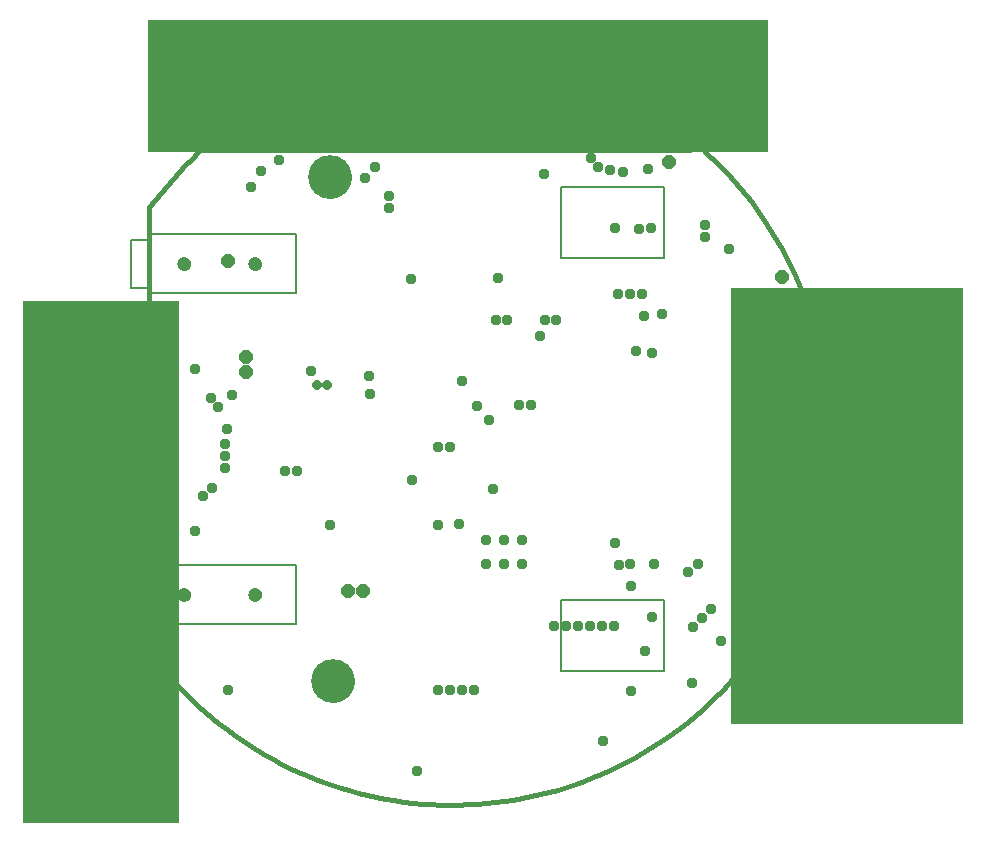
<source format=gbs>
G75*
%MOIN*%
%OFA0B0*%
%FSLAX25Y25*%
%IPPOS*%
%LPD*%
%AMOC8*
5,1,8,0,0,1.08239X$1,22.5*
%
%ADD10C,0.01600*%
%ADD11C,0.00000*%
%ADD12C,0.14580*%
%ADD13R,1.65200X0.34000*%
%ADD14R,0.77600X1.45600*%
%ADD15R,0.52000X1.74400*%
%ADD16R,2.06800X0.44400*%
%ADD17C,0.04737*%
%ADD18C,0.00500*%
%ADD19OC8,0.03600*%
%ADD20OC8,0.03581*%
%ADD21OC8,0.04400*%
%ADD22OC8,0.03400*%
%ADD23OC8,0.03200*%
D10*
X0049772Y0066937D02*
X0049772Y0214969D01*
X0051614Y0217418D01*
X0053515Y0219821D01*
X0055474Y0222176D01*
X0057491Y0224483D01*
X0059563Y0226740D01*
X0061690Y0228946D01*
X0063871Y0231099D01*
X0066103Y0233198D01*
X0068386Y0235242D01*
X0070719Y0237229D01*
X0073099Y0239158D01*
X0075526Y0241029D01*
X0077998Y0242840D01*
X0080513Y0244589D01*
X0083071Y0246277D01*
X0085669Y0247901D01*
X0088306Y0249462D01*
X0090981Y0250957D01*
X0093691Y0252387D01*
X0096435Y0253749D01*
X0099212Y0255044D01*
X0102020Y0256271D01*
X0104857Y0257429D01*
X0107722Y0258517D01*
X0110612Y0259534D01*
X0113526Y0260481D01*
X0116463Y0261355D01*
X0119420Y0262158D01*
X0122396Y0262888D01*
X0125389Y0263545D01*
X0128397Y0264129D01*
X0131419Y0264638D01*
X0134452Y0265074D01*
X0137494Y0265435D01*
X0140545Y0265722D01*
X0143602Y0265934D01*
X0146663Y0266071D01*
X0149727Y0266133D01*
X0152791Y0266120D01*
X0155854Y0266032D01*
X0158913Y0265869D01*
X0161968Y0265632D01*
X0165016Y0265319D01*
X0168056Y0264932D01*
X0171085Y0264471D01*
X0174102Y0263936D01*
X0177105Y0263327D01*
X0180093Y0262645D01*
X0183062Y0261890D01*
X0186013Y0261062D01*
X0188942Y0260163D01*
X0191848Y0259192D01*
X0194730Y0258150D01*
X0197585Y0257038D01*
X0200412Y0255857D01*
X0203210Y0254606D01*
X0205976Y0253288D01*
X0208708Y0251902D01*
X0211407Y0250450D01*
X0214068Y0248932D01*
X0216692Y0247349D01*
X0219277Y0245703D01*
X0221820Y0243994D01*
X0224321Y0242223D01*
X0226777Y0240392D01*
X0229188Y0238501D01*
X0231552Y0236551D01*
X0233868Y0234544D01*
X0236133Y0232481D01*
X0238348Y0230364D01*
X0240510Y0228192D01*
X0242619Y0225969D01*
X0244672Y0223695D01*
X0246669Y0221370D01*
X0248608Y0218998D01*
X0250489Y0216579D01*
X0252310Y0214115D01*
X0254071Y0211607D01*
X0255769Y0209056D01*
X0257404Y0206465D01*
X0258976Y0203835D01*
X0260482Y0201167D01*
X0261923Y0198462D01*
X0263297Y0195724D01*
X0264604Y0192952D01*
X0265843Y0190149D01*
X0267012Y0187317D01*
X0268112Y0184457D01*
X0269142Y0181571D01*
X0270101Y0178661D01*
X0270988Y0175728D01*
X0271803Y0172774D01*
X0272546Y0169802D01*
X0273215Y0166811D01*
X0273811Y0163806D01*
X0274334Y0160787D01*
X0274782Y0157755D01*
X0275156Y0154714D01*
X0275456Y0151665D01*
X0275681Y0148609D01*
X0275831Y0145548D01*
X0275906Y0142485D01*
X0275906Y0139421D01*
X0275831Y0136358D01*
X0275681Y0133297D01*
X0275456Y0130241D01*
X0275156Y0127192D01*
X0274782Y0124151D01*
X0274334Y0121119D01*
X0273811Y0118100D01*
X0273215Y0115095D01*
X0272546Y0112104D01*
X0271803Y0109132D01*
X0270988Y0106178D01*
X0270101Y0103245D01*
X0269142Y0100335D01*
X0268112Y0097449D01*
X0267012Y0094589D01*
X0265843Y0091757D01*
X0264604Y0088954D01*
X0263297Y0086182D01*
X0261923Y0083444D01*
X0260482Y0080739D01*
X0258976Y0078071D01*
X0257404Y0075441D01*
X0255769Y0072850D01*
X0254071Y0070299D01*
X0252310Y0067791D01*
X0250489Y0065327D01*
X0248608Y0062908D01*
X0246669Y0060536D01*
X0244672Y0058211D01*
X0242619Y0055937D01*
X0240510Y0053714D01*
X0238348Y0051542D01*
X0236133Y0049425D01*
X0233868Y0047362D01*
X0231552Y0045355D01*
X0229188Y0043405D01*
X0226777Y0041514D01*
X0224321Y0039683D01*
X0221820Y0037912D01*
X0219277Y0036203D01*
X0216692Y0034557D01*
X0214068Y0032974D01*
X0211407Y0031456D01*
X0208708Y0030004D01*
X0205976Y0028618D01*
X0203210Y0027300D01*
X0200412Y0026049D01*
X0197585Y0024868D01*
X0194730Y0023756D01*
X0191848Y0022714D01*
X0188942Y0021743D01*
X0186013Y0020844D01*
X0183062Y0020016D01*
X0180093Y0019261D01*
X0177105Y0018579D01*
X0174102Y0017970D01*
X0171085Y0017435D01*
X0168056Y0016974D01*
X0165016Y0016587D01*
X0161968Y0016274D01*
X0158913Y0016037D01*
X0155854Y0015874D01*
X0152791Y0015786D01*
X0149727Y0015773D01*
X0146663Y0015835D01*
X0143602Y0015972D01*
X0140545Y0016184D01*
X0137494Y0016471D01*
X0134452Y0016832D01*
X0131419Y0017268D01*
X0128397Y0017777D01*
X0125389Y0018361D01*
X0122396Y0019018D01*
X0119420Y0019748D01*
X0116463Y0020551D01*
X0113526Y0021425D01*
X0110612Y0022372D01*
X0107722Y0023389D01*
X0104857Y0024477D01*
X0102020Y0025635D01*
X0099212Y0026862D01*
X0096435Y0028157D01*
X0093691Y0029519D01*
X0090981Y0030949D01*
X0088306Y0032444D01*
X0085669Y0034005D01*
X0083071Y0035629D01*
X0080513Y0037317D01*
X0077998Y0039066D01*
X0075526Y0040877D01*
X0073099Y0042748D01*
X0070719Y0044677D01*
X0068386Y0046664D01*
X0066103Y0048708D01*
X0063871Y0050807D01*
X0061690Y0052960D01*
X0059563Y0055166D01*
X0057491Y0057423D01*
X0055474Y0059730D01*
X0053515Y0062085D01*
X0051614Y0064488D01*
X0049772Y0066937D01*
D11*
X0059417Y0085835D02*
X0059419Y0085923D01*
X0059425Y0086011D01*
X0059435Y0086099D01*
X0059449Y0086187D01*
X0059466Y0086273D01*
X0059488Y0086359D01*
X0059513Y0086443D01*
X0059543Y0086527D01*
X0059575Y0086609D01*
X0059612Y0086689D01*
X0059652Y0086768D01*
X0059696Y0086845D01*
X0059743Y0086920D01*
X0059793Y0086992D01*
X0059847Y0087063D01*
X0059903Y0087130D01*
X0059963Y0087196D01*
X0060025Y0087258D01*
X0060091Y0087318D01*
X0060158Y0087374D01*
X0060229Y0087428D01*
X0060301Y0087478D01*
X0060376Y0087525D01*
X0060453Y0087569D01*
X0060532Y0087609D01*
X0060612Y0087646D01*
X0060694Y0087678D01*
X0060778Y0087708D01*
X0060862Y0087733D01*
X0060948Y0087755D01*
X0061034Y0087772D01*
X0061122Y0087786D01*
X0061210Y0087796D01*
X0061298Y0087802D01*
X0061386Y0087804D01*
X0061474Y0087802D01*
X0061562Y0087796D01*
X0061650Y0087786D01*
X0061738Y0087772D01*
X0061824Y0087755D01*
X0061910Y0087733D01*
X0061994Y0087708D01*
X0062078Y0087678D01*
X0062160Y0087646D01*
X0062240Y0087609D01*
X0062319Y0087569D01*
X0062396Y0087525D01*
X0062471Y0087478D01*
X0062543Y0087428D01*
X0062614Y0087374D01*
X0062681Y0087318D01*
X0062747Y0087258D01*
X0062809Y0087196D01*
X0062869Y0087130D01*
X0062925Y0087063D01*
X0062979Y0086992D01*
X0063029Y0086920D01*
X0063076Y0086845D01*
X0063120Y0086768D01*
X0063160Y0086689D01*
X0063197Y0086609D01*
X0063229Y0086527D01*
X0063259Y0086443D01*
X0063284Y0086359D01*
X0063306Y0086273D01*
X0063323Y0086187D01*
X0063337Y0086099D01*
X0063347Y0086011D01*
X0063353Y0085923D01*
X0063355Y0085835D01*
X0063353Y0085747D01*
X0063347Y0085659D01*
X0063337Y0085571D01*
X0063323Y0085483D01*
X0063306Y0085397D01*
X0063284Y0085311D01*
X0063259Y0085227D01*
X0063229Y0085143D01*
X0063197Y0085061D01*
X0063160Y0084981D01*
X0063120Y0084902D01*
X0063076Y0084825D01*
X0063029Y0084750D01*
X0062979Y0084678D01*
X0062925Y0084607D01*
X0062869Y0084540D01*
X0062809Y0084474D01*
X0062747Y0084412D01*
X0062681Y0084352D01*
X0062614Y0084296D01*
X0062543Y0084242D01*
X0062471Y0084192D01*
X0062396Y0084145D01*
X0062319Y0084101D01*
X0062240Y0084061D01*
X0062160Y0084024D01*
X0062078Y0083992D01*
X0061994Y0083962D01*
X0061910Y0083937D01*
X0061824Y0083915D01*
X0061738Y0083898D01*
X0061650Y0083884D01*
X0061562Y0083874D01*
X0061474Y0083868D01*
X0061386Y0083866D01*
X0061298Y0083868D01*
X0061210Y0083874D01*
X0061122Y0083884D01*
X0061034Y0083898D01*
X0060948Y0083915D01*
X0060862Y0083937D01*
X0060778Y0083962D01*
X0060694Y0083992D01*
X0060612Y0084024D01*
X0060532Y0084061D01*
X0060453Y0084101D01*
X0060376Y0084145D01*
X0060301Y0084192D01*
X0060229Y0084242D01*
X0060158Y0084296D01*
X0060091Y0084352D01*
X0060025Y0084412D01*
X0059963Y0084474D01*
X0059903Y0084540D01*
X0059847Y0084607D01*
X0059793Y0084678D01*
X0059743Y0084750D01*
X0059696Y0084825D01*
X0059652Y0084902D01*
X0059612Y0084981D01*
X0059575Y0085061D01*
X0059543Y0085143D01*
X0059513Y0085227D01*
X0059488Y0085311D01*
X0059466Y0085397D01*
X0059449Y0085483D01*
X0059435Y0085571D01*
X0059425Y0085659D01*
X0059419Y0085747D01*
X0059417Y0085835D01*
X0083039Y0085835D02*
X0083041Y0085923D01*
X0083047Y0086011D01*
X0083057Y0086099D01*
X0083071Y0086187D01*
X0083088Y0086273D01*
X0083110Y0086359D01*
X0083135Y0086443D01*
X0083165Y0086527D01*
X0083197Y0086609D01*
X0083234Y0086689D01*
X0083274Y0086768D01*
X0083318Y0086845D01*
X0083365Y0086920D01*
X0083415Y0086992D01*
X0083469Y0087063D01*
X0083525Y0087130D01*
X0083585Y0087196D01*
X0083647Y0087258D01*
X0083713Y0087318D01*
X0083780Y0087374D01*
X0083851Y0087428D01*
X0083923Y0087478D01*
X0083998Y0087525D01*
X0084075Y0087569D01*
X0084154Y0087609D01*
X0084234Y0087646D01*
X0084316Y0087678D01*
X0084400Y0087708D01*
X0084484Y0087733D01*
X0084570Y0087755D01*
X0084656Y0087772D01*
X0084744Y0087786D01*
X0084832Y0087796D01*
X0084920Y0087802D01*
X0085008Y0087804D01*
X0085096Y0087802D01*
X0085184Y0087796D01*
X0085272Y0087786D01*
X0085360Y0087772D01*
X0085446Y0087755D01*
X0085532Y0087733D01*
X0085616Y0087708D01*
X0085700Y0087678D01*
X0085782Y0087646D01*
X0085862Y0087609D01*
X0085941Y0087569D01*
X0086018Y0087525D01*
X0086093Y0087478D01*
X0086165Y0087428D01*
X0086236Y0087374D01*
X0086303Y0087318D01*
X0086369Y0087258D01*
X0086431Y0087196D01*
X0086491Y0087130D01*
X0086547Y0087063D01*
X0086601Y0086992D01*
X0086651Y0086920D01*
X0086698Y0086845D01*
X0086742Y0086768D01*
X0086782Y0086689D01*
X0086819Y0086609D01*
X0086851Y0086527D01*
X0086881Y0086443D01*
X0086906Y0086359D01*
X0086928Y0086273D01*
X0086945Y0086187D01*
X0086959Y0086099D01*
X0086969Y0086011D01*
X0086975Y0085923D01*
X0086977Y0085835D01*
X0086975Y0085747D01*
X0086969Y0085659D01*
X0086959Y0085571D01*
X0086945Y0085483D01*
X0086928Y0085397D01*
X0086906Y0085311D01*
X0086881Y0085227D01*
X0086851Y0085143D01*
X0086819Y0085061D01*
X0086782Y0084981D01*
X0086742Y0084902D01*
X0086698Y0084825D01*
X0086651Y0084750D01*
X0086601Y0084678D01*
X0086547Y0084607D01*
X0086491Y0084540D01*
X0086431Y0084474D01*
X0086369Y0084412D01*
X0086303Y0084352D01*
X0086236Y0084296D01*
X0086165Y0084242D01*
X0086093Y0084192D01*
X0086018Y0084145D01*
X0085941Y0084101D01*
X0085862Y0084061D01*
X0085782Y0084024D01*
X0085700Y0083992D01*
X0085616Y0083962D01*
X0085532Y0083937D01*
X0085446Y0083915D01*
X0085360Y0083898D01*
X0085272Y0083884D01*
X0085184Y0083874D01*
X0085096Y0083868D01*
X0085008Y0083866D01*
X0084920Y0083868D01*
X0084832Y0083874D01*
X0084744Y0083884D01*
X0084656Y0083898D01*
X0084570Y0083915D01*
X0084484Y0083937D01*
X0084400Y0083962D01*
X0084316Y0083992D01*
X0084234Y0084024D01*
X0084154Y0084061D01*
X0084075Y0084101D01*
X0083998Y0084145D01*
X0083923Y0084192D01*
X0083851Y0084242D01*
X0083780Y0084296D01*
X0083713Y0084352D01*
X0083647Y0084412D01*
X0083585Y0084474D01*
X0083525Y0084540D01*
X0083469Y0084607D01*
X0083415Y0084678D01*
X0083365Y0084750D01*
X0083318Y0084825D01*
X0083274Y0084902D01*
X0083234Y0084981D01*
X0083197Y0085061D01*
X0083165Y0085143D01*
X0083135Y0085227D01*
X0083110Y0085311D01*
X0083088Y0085397D01*
X0083071Y0085483D01*
X0083057Y0085571D01*
X0083047Y0085659D01*
X0083041Y0085747D01*
X0083039Y0085835D01*
X0104110Y0057000D02*
X0104112Y0057169D01*
X0104118Y0057338D01*
X0104129Y0057507D01*
X0104143Y0057675D01*
X0104162Y0057843D01*
X0104185Y0058011D01*
X0104211Y0058178D01*
X0104242Y0058344D01*
X0104277Y0058510D01*
X0104316Y0058674D01*
X0104360Y0058838D01*
X0104407Y0059000D01*
X0104458Y0059161D01*
X0104513Y0059321D01*
X0104572Y0059480D01*
X0104634Y0059637D01*
X0104701Y0059792D01*
X0104772Y0059946D01*
X0104846Y0060098D01*
X0104924Y0060248D01*
X0105005Y0060396D01*
X0105090Y0060542D01*
X0105179Y0060686D01*
X0105271Y0060828D01*
X0105367Y0060967D01*
X0105466Y0061104D01*
X0105568Y0061239D01*
X0105674Y0061371D01*
X0105783Y0061500D01*
X0105895Y0061627D01*
X0106010Y0061751D01*
X0106128Y0061872D01*
X0106249Y0061990D01*
X0106373Y0062105D01*
X0106500Y0062217D01*
X0106629Y0062326D01*
X0106761Y0062432D01*
X0106896Y0062534D01*
X0107033Y0062633D01*
X0107172Y0062729D01*
X0107314Y0062821D01*
X0107458Y0062910D01*
X0107604Y0062995D01*
X0107752Y0063076D01*
X0107902Y0063154D01*
X0108054Y0063228D01*
X0108208Y0063299D01*
X0108363Y0063366D01*
X0108520Y0063428D01*
X0108679Y0063487D01*
X0108839Y0063542D01*
X0109000Y0063593D01*
X0109162Y0063640D01*
X0109326Y0063684D01*
X0109490Y0063723D01*
X0109656Y0063758D01*
X0109822Y0063789D01*
X0109989Y0063815D01*
X0110157Y0063838D01*
X0110325Y0063857D01*
X0110493Y0063871D01*
X0110662Y0063882D01*
X0110831Y0063888D01*
X0111000Y0063890D01*
X0111169Y0063888D01*
X0111338Y0063882D01*
X0111507Y0063871D01*
X0111675Y0063857D01*
X0111843Y0063838D01*
X0112011Y0063815D01*
X0112178Y0063789D01*
X0112344Y0063758D01*
X0112510Y0063723D01*
X0112674Y0063684D01*
X0112838Y0063640D01*
X0113000Y0063593D01*
X0113161Y0063542D01*
X0113321Y0063487D01*
X0113480Y0063428D01*
X0113637Y0063366D01*
X0113792Y0063299D01*
X0113946Y0063228D01*
X0114098Y0063154D01*
X0114248Y0063076D01*
X0114396Y0062995D01*
X0114542Y0062910D01*
X0114686Y0062821D01*
X0114828Y0062729D01*
X0114967Y0062633D01*
X0115104Y0062534D01*
X0115239Y0062432D01*
X0115371Y0062326D01*
X0115500Y0062217D01*
X0115627Y0062105D01*
X0115751Y0061990D01*
X0115872Y0061872D01*
X0115990Y0061751D01*
X0116105Y0061627D01*
X0116217Y0061500D01*
X0116326Y0061371D01*
X0116432Y0061239D01*
X0116534Y0061104D01*
X0116633Y0060967D01*
X0116729Y0060828D01*
X0116821Y0060686D01*
X0116910Y0060542D01*
X0116995Y0060396D01*
X0117076Y0060248D01*
X0117154Y0060098D01*
X0117228Y0059946D01*
X0117299Y0059792D01*
X0117366Y0059637D01*
X0117428Y0059480D01*
X0117487Y0059321D01*
X0117542Y0059161D01*
X0117593Y0059000D01*
X0117640Y0058838D01*
X0117684Y0058674D01*
X0117723Y0058510D01*
X0117758Y0058344D01*
X0117789Y0058178D01*
X0117815Y0058011D01*
X0117838Y0057843D01*
X0117857Y0057675D01*
X0117871Y0057507D01*
X0117882Y0057338D01*
X0117888Y0057169D01*
X0117890Y0057000D01*
X0117888Y0056831D01*
X0117882Y0056662D01*
X0117871Y0056493D01*
X0117857Y0056325D01*
X0117838Y0056157D01*
X0117815Y0055989D01*
X0117789Y0055822D01*
X0117758Y0055656D01*
X0117723Y0055490D01*
X0117684Y0055326D01*
X0117640Y0055162D01*
X0117593Y0055000D01*
X0117542Y0054839D01*
X0117487Y0054679D01*
X0117428Y0054520D01*
X0117366Y0054363D01*
X0117299Y0054208D01*
X0117228Y0054054D01*
X0117154Y0053902D01*
X0117076Y0053752D01*
X0116995Y0053604D01*
X0116910Y0053458D01*
X0116821Y0053314D01*
X0116729Y0053172D01*
X0116633Y0053033D01*
X0116534Y0052896D01*
X0116432Y0052761D01*
X0116326Y0052629D01*
X0116217Y0052500D01*
X0116105Y0052373D01*
X0115990Y0052249D01*
X0115872Y0052128D01*
X0115751Y0052010D01*
X0115627Y0051895D01*
X0115500Y0051783D01*
X0115371Y0051674D01*
X0115239Y0051568D01*
X0115104Y0051466D01*
X0114967Y0051367D01*
X0114828Y0051271D01*
X0114686Y0051179D01*
X0114542Y0051090D01*
X0114396Y0051005D01*
X0114248Y0050924D01*
X0114098Y0050846D01*
X0113946Y0050772D01*
X0113792Y0050701D01*
X0113637Y0050634D01*
X0113480Y0050572D01*
X0113321Y0050513D01*
X0113161Y0050458D01*
X0113000Y0050407D01*
X0112838Y0050360D01*
X0112674Y0050316D01*
X0112510Y0050277D01*
X0112344Y0050242D01*
X0112178Y0050211D01*
X0112011Y0050185D01*
X0111843Y0050162D01*
X0111675Y0050143D01*
X0111507Y0050129D01*
X0111338Y0050118D01*
X0111169Y0050112D01*
X0111000Y0050110D01*
X0110831Y0050112D01*
X0110662Y0050118D01*
X0110493Y0050129D01*
X0110325Y0050143D01*
X0110157Y0050162D01*
X0109989Y0050185D01*
X0109822Y0050211D01*
X0109656Y0050242D01*
X0109490Y0050277D01*
X0109326Y0050316D01*
X0109162Y0050360D01*
X0109000Y0050407D01*
X0108839Y0050458D01*
X0108679Y0050513D01*
X0108520Y0050572D01*
X0108363Y0050634D01*
X0108208Y0050701D01*
X0108054Y0050772D01*
X0107902Y0050846D01*
X0107752Y0050924D01*
X0107604Y0051005D01*
X0107458Y0051090D01*
X0107314Y0051179D01*
X0107172Y0051271D01*
X0107033Y0051367D01*
X0106896Y0051466D01*
X0106761Y0051568D01*
X0106629Y0051674D01*
X0106500Y0051783D01*
X0106373Y0051895D01*
X0106249Y0052010D01*
X0106128Y0052128D01*
X0106010Y0052249D01*
X0105895Y0052373D01*
X0105783Y0052500D01*
X0105674Y0052629D01*
X0105568Y0052761D01*
X0105466Y0052896D01*
X0105367Y0053033D01*
X0105271Y0053172D01*
X0105179Y0053314D01*
X0105090Y0053458D01*
X0105005Y0053604D01*
X0104924Y0053752D01*
X0104846Y0053902D01*
X0104772Y0054054D01*
X0104701Y0054208D01*
X0104634Y0054363D01*
X0104572Y0054520D01*
X0104513Y0054679D01*
X0104458Y0054839D01*
X0104407Y0055000D01*
X0104360Y0055162D01*
X0104316Y0055326D01*
X0104277Y0055490D01*
X0104242Y0055656D01*
X0104211Y0055822D01*
X0104185Y0055989D01*
X0104162Y0056157D01*
X0104143Y0056325D01*
X0104129Y0056493D01*
X0104118Y0056662D01*
X0104112Y0056831D01*
X0104110Y0057000D01*
X0083039Y0196071D02*
X0083041Y0196159D01*
X0083047Y0196247D01*
X0083057Y0196335D01*
X0083071Y0196423D01*
X0083088Y0196509D01*
X0083110Y0196595D01*
X0083135Y0196679D01*
X0083165Y0196763D01*
X0083197Y0196845D01*
X0083234Y0196925D01*
X0083274Y0197004D01*
X0083318Y0197081D01*
X0083365Y0197156D01*
X0083415Y0197228D01*
X0083469Y0197299D01*
X0083525Y0197366D01*
X0083585Y0197432D01*
X0083647Y0197494D01*
X0083713Y0197554D01*
X0083780Y0197610D01*
X0083851Y0197664D01*
X0083923Y0197714D01*
X0083998Y0197761D01*
X0084075Y0197805D01*
X0084154Y0197845D01*
X0084234Y0197882D01*
X0084316Y0197914D01*
X0084400Y0197944D01*
X0084484Y0197969D01*
X0084570Y0197991D01*
X0084656Y0198008D01*
X0084744Y0198022D01*
X0084832Y0198032D01*
X0084920Y0198038D01*
X0085008Y0198040D01*
X0085096Y0198038D01*
X0085184Y0198032D01*
X0085272Y0198022D01*
X0085360Y0198008D01*
X0085446Y0197991D01*
X0085532Y0197969D01*
X0085616Y0197944D01*
X0085700Y0197914D01*
X0085782Y0197882D01*
X0085862Y0197845D01*
X0085941Y0197805D01*
X0086018Y0197761D01*
X0086093Y0197714D01*
X0086165Y0197664D01*
X0086236Y0197610D01*
X0086303Y0197554D01*
X0086369Y0197494D01*
X0086431Y0197432D01*
X0086491Y0197366D01*
X0086547Y0197299D01*
X0086601Y0197228D01*
X0086651Y0197156D01*
X0086698Y0197081D01*
X0086742Y0197004D01*
X0086782Y0196925D01*
X0086819Y0196845D01*
X0086851Y0196763D01*
X0086881Y0196679D01*
X0086906Y0196595D01*
X0086928Y0196509D01*
X0086945Y0196423D01*
X0086959Y0196335D01*
X0086969Y0196247D01*
X0086975Y0196159D01*
X0086977Y0196071D01*
X0086975Y0195983D01*
X0086969Y0195895D01*
X0086959Y0195807D01*
X0086945Y0195719D01*
X0086928Y0195633D01*
X0086906Y0195547D01*
X0086881Y0195463D01*
X0086851Y0195379D01*
X0086819Y0195297D01*
X0086782Y0195217D01*
X0086742Y0195138D01*
X0086698Y0195061D01*
X0086651Y0194986D01*
X0086601Y0194914D01*
X0086547Y0194843D01*
X0086491Y0194776D01*
X0086431Y0194710D01*
X0086369Y0194648D01*
X0086303Y0194588D01*
X0086236Y0194532D01*
X0086165Y0194478D01*
X0086093Y0194428D01*
X0086018Y0194381D01*
X0085941Y0194337D01*
X0085862Y0194297D01*
X0085782Y0194260D01*
X0085700Y0194228D01*
X0085616Y0194198D01*
X0085532Y0194173D01*
X0085446Y0194151D01*
X0085360Y0194134D01*
X0085272Y0194120D01*
X0085184Y0194110D01*
X0085096Y0194104D01*
X0085008Y0194102D01*
X0084920Y0194104D01*
X0084832Y0194110D01*
X0084744Y0194120D01*
X0084656Y0194134D01*
X0084570Y0194151D01*
X0084484Y0194173D01*
X0084400Y0194198D01*
X0084316Y0194228D01*
X0084234Y0194260D01*
X0084154Y0194297D01*
X0084075Y0194337D01*
X0083998Y0194381D01*
X0083923Y0194428D01*
X0083851Y0194478D01*
X0083780Y0194532D01*
X0083713Y0194588D01*
X0083647Y0194648D01*
X0083585Y0194710D01*
X0083525Y0194776D01*
X0083469Y0194843D01*
X0083415Y0194914D01*
X0083365Y0194986D01*
X0083318Y0195061D01*
X0083274Y0195138D01*
X0083234Y0195217D01*
X0083197Y0195297D01*
X0083165Y0195379D01*
X0083135Y0195463D01*
X0083110Y0195547D01*
X0083088Y0195633D01*
X0083071Y0195719D01*
X0083057Y0195807D01*
X0083047Y0195895D01*
X0083041Y0195983D01*
X0083039Y0196071D01*
X0059417Y0196071D02*
X0059419Y0196159D01*
X0059425Y0196247D01*
X0059435Y0196335D01*
X0059449Y0196423D01*
X0059466Y0196509D01*
X0059488Y0196595D01*
X0059513Y0196679D01*
X0059543Y0196763D01*
X0059575Y0196845D01*
X0059612Y0196925D01*
X0059652Y0197004D01*
X0059696Y0197081D01*
X0059743Y0197156D01*
X0059793Y0197228D01*
X0059847Y0197299D01*
X0059903Y0197366D01*
X0059963Y0197432D01*
X0060025Y0197494D01*
X0060091Y0197554D01*
X0060158Y0197610D01*
X0060229Y0197664D01*
X0060301Y0197714D01*
X0060376Y0197761D01*
X0060453Y0197805D01*
X0060532Y0197845D01*
X0060612Y0197882D01*
X0060694Y0197914D01*
X0060778Y0197944D01*
X0060862Y0197969D01*
X0060948Y0197991D01*
X0061034Y0198008D01*
X0061122Y0198022D01*
X0061210Y0198032D01*
X0061298Y0198038D01*
X0061386Y0198040D01*
X0061474Y0198038D01*
X0061562Y0198032D01*
X0061650Y0198022D01*
X0061738Y0198008D01*
X0061824Y0197991D01*
X0061910Y0197969D01*
X0061994Y0197944D01*
X0062078Y0197914D01*
X0062160Y0197882D01*
X0062240Y0197845D01*
X0062319Y0197805D01*
X0062396Y0197761D01*
X0062471Y0197714D01*
X0062543Y0197664D01*
X0062614Y0197610D01*
X0062681Y0197554D01*
X0062747Y0197494D01*
X0062809Y0197432D01*
X0062869Y0197366D01*
X0062925Y0197299D01*
X0062979Y0197228D01*
X0063029Y0197156D01*
X0063076Y0197081D01*
X0063120Y0197004D01*
X0063160Y0196925D01*
X0063197Y0196845D01*
X0063229Y0196763D01*
X0063259Y0196679D01*
X0063284Y0196595D01*
X0063306Y0196509D01*
X0063323Y0196423D01*
X0063337Y0196335D01*
X0063347Y0196247D01*
X0063353Y0196159D01*
X0063355Y0196071D01*
X0063353Y0195983D01*
X0063347Y0195895D01*
X0063337Y0195807D01*
X0063323Y0195719D01*
X0063306Y0195633D01*
X0063284Y0195547D01*
X0063259Y0195463D01*
X0063229Y0195379D01*
X0063197Y0195297D01*
X0063160Y0195217D01*
X0063120Y0195138D01*
X0063076Y0195061D01*
X0063029Y0194986D01*
X0062979Y0194914D01*
X0062925Y0194843D01*
X0062869Y0194776D01*
X0062809Y0194710D01*
X0062747Y0194648D01*
X0062681Y0194588D01*
X0062614Y0194532D01*
X0062543Y0194478D01*
X0062471Y0194428D01*
X0062396Y0194381D01*
X0062319Y0194337D01*
X0062240Y0194297D01*
X0062160Y0194260D01*
X0062078Y0194228D01*
X0061994Y0194198D01*
X0061910Y0194173D01*
X0061824Y0194151D01*
X0061738Y0194134D01*
X0061650Y0194120D01*
X0061562Y0194110D01*
X0061474Y0194104D01*
X0061386Y0194102D01*
X0061298Y0194104D01*
X0061210Y0194110D01*
X0061122Y0194120D01*
X0061034Y0194134D01*
X0060948Y0194151D01*
X0060862Y0194173D01*
X0060778Y0194198D01*
X0060694Y0194228D01*
X0060612Y0194260D01*
X0060532Y0194297D01*
X0060453Y0194337D01*
X0060376Y0194381D01*
X0060301Y0194428D01*
X0060229Y0194478D01*
X0060158Y0194532D01*
X0060091Y0194588D01*
X0060025Y0194648D01*
X0059963Y0194710D01*
X0059903Y0194776D01*
X0059847Y0194843D01*
X0059793Y0194914D01*
X0059743Y0194986D01*
X0059696Y0195061D01*
X0059652Y0195138D01*
X0059612Y0195217D01*
X0059575Y0195297D01*
X0059543Y0195379D01*
X0059513Y0195463D01*
X0059488Y0195547D01*
X0059466Y0195633D01*
X0059449Y0195719D01*
X0059435Y0195807D01*
X0059425Y0195895D01*
X0059419Y0195983D01*
X0059417Y0196071D01*
X0103110Y0225000D02*
X0103112Y0225169D01*
X0103118Y0225338D01*
X0103129Y0225507D01*
X0103143Y0225675D01*
X0103162Y0225843D01*
X0103185Y0226011D01*
X0103211Y0226178D01*
X0103242Y0226344D01*
X0103277Y0226510D01*
X0103316Y0226674D01*
X0103360Y0226838D01*
X0103407Y0227000D01*
X0103458Y0227161D01*
X0103513Y0227321D01*
X0103572Y0227480D01*
X0103634Y0227637D01*
X0103701Y0227792D01*
X0103772Y0227946D01*
X0103846Y0228098D01*
X0103924Y0228248D01*
X0104005Y0228396D01*
X0104090Y0228542D01*
X0104179Y0228686D01*
X0104271Y0228828D01*
X0104367Y0228967D01*
X0104466Y0229104D01*
X0104568Y0229239D01*
X0104674Y0229371D01*
X0104783Y0229500D01*
X0104895Y0229627D01*
X0105010Y0229751D01*
X0105128Y0229872D01*
X0105249Y0229990D01*
X0105373Y0230105D01*
X0105500Y0230217D01*
X0105629Y0230326D01*
X0105761Y0230432D01*
X0105896Y0230534D01*
X0106033Y0230633D01*
X0106172Y0230729D01*
X0106314Y0230821D01*
X0106458Y0230910D01*
X0106604Y0230995D01*
X0106752Y0231076D01*
X0106902Y0231154D01*
X0107054Y0231228D01*
X0107208Y0231299D01*
X0107363Y0231366D01*
X0107520Y0231428D01*
X0107679Y0231487D01*
X0107839Y0231542D01*
X0108000Y0231593D01*
X0108162Y0231640D01*
X0108326Y0231684D01*
X0108490Y0231723D01*
X0108656Y0231758D01*
X0108822Y0231789D01*
X0108989Y0231815D01*
X0109157Y0231838D01*
X0109325Y0231857D01*
X0109493Y0231871D01*
X0109662Y0231882D01*
X0109831Y0231888D01*
X0110000Y0231890D01*
X0110169Y0231888D01*
X0110338Y0231882D01*
X0110507Y0231871D01*
X0110675Y0231857D01*
X0110843Y0231838D01*
X0111011Y0231815D01*
X0111178Y0231789D01*
X0111344Y0231758D01*
X0111510Y0231723D01*
X0111674Y0231684D01*
X0111838Y0231640D01*
X0112000Y0231593D01*
X0112161Y0231542D01*
X0112321Y0231487D01*
X0112480Y0231428D01*
X0112637Y0231366D01*
X0112792Y0231299D01*
X0112946Y0231228D01*
X0113098Y0231154D01*
X0113248Y0231076D01*
X0113396Y0230995D01*
X0113542Y0230910D01*
X0113686Y0230821D01*
X0113828Y0230729D01*
X0113967Y0230633D01*
X0114104Y0230534D01*
X0114239Y0230432D01*
X0114371Y0230326D01*
X0114500Y0230217D01*
X0114627Y0230105D01*
X0114751Y0229990D01*
X0114872Y0229872D01*
X0114990Y0229751D01*
X0115105Y0229627D01*
X0115217Y0229500D01*
X0115326Y0229371D01*
X0115432Y0229239D01*
X0115534Y0229104D01*
X0115633Y0228967D01*
X0115729Y0228828D01*
X0115821Y0228686D01*
X0115910Y0228542D01*
X0115995Y0228396D01*
X0116076Y0228248D01*
X0116154Y0228098D01*
X0116228Y0227946D01*
X0116299Y0227792D01*
X0116366Y0227637D01*
X0116428Y0227480D01*
X0116487Y0227321D01*
X0116542Y0227161D01*
X0116593Y0227000D01*
X0116640Y0226838D01*
X0116684Y0226674D01*
X0116723Y0226510D01*
X0116758Y0226344D01*
X0116789Y0226178D01*
X0116815Y0226011D01*
X0116838Y0225843D01*
X0116857Y0225675D01*
X0116871Y0225507D01*
X0116882Y0225338D01*
X0116888Y0225169D01*
X0116890Y0225000D01*
X0116888Y0224831D01*
X0116882Y0224662D01*
X0116871Y0224493D01*
X0116857Y0224325D01*
X0116838Y0224157D01*
X0116815Y0223989D01*
X0116789Y0223822D01*
X0116758Y0223656D01*
X0116723Y0223490D01*
X0116684Y0223326D01*
X0116640Y0223162D01*
X0116593Y0223000D01*
X0116542Y0222839D01*
X0116487Y0222679D01*
X0116428Y0222520D01*
X0116366Y0222363D01*
X0116299Y0222208D01*
X0116228Y0222054D01*
X0116154Y0221902D01*
X0116076Y0221752D01*
X0115995Y0221604D01*
X0115910Y0221458D01*
X0115821Y0221314D01*
X0115729Y0221172D01*
X0115633Y0221033D01*
X0115534Y0220896D01*
X0115432Y0220761D01*
X0115326Y0220629D01*
X0115217Y0220500D01*
X0115105Y0220373D01*
X0114990Y0220249D01*
X0114872Y0220128D01*
X0114751Y0220010D01*
X0114627Y0219895D01*
X0114500Y0219783D01*
X0114371Y0219674D01*
X0114239Y0219568D01*
X0114104Y0219466D01*
X0113967Y0219367D01*
X0113828Y0219271D01*
X0113686Y0219179D01*
X0113542Y0219090D01*
X0113396Y0219005D01*
X0113248Y0218924D01*
X0113098Y0218846D01*
X0112946Y0218772D01*
X0112792Y0218701D01*
X0112637Y0218634D01*
X0112480Y0218572D01*
X0112321Y0218513D01*
X0112161Y0218458D01*
X0112000Y0218407D01*
X0111838Y0218360D01*
X0111674Y0218316D01*
X0111510Y0218277D01*
X0111344Y0218242D01*
X0111178Y0218211D01*
X0111011Y0218185D01*
X0110843Y0218162D01*
X0110675Y0218143D01*
X0110507Y0218129D01*
X0110338Y0218118D01*
X0110169Y0218112D01*
X0110000Y0218110D01*
X0109831Y0218112D01*
X0109662Y0218118D01*
X0109493Y0218129D01*
X0109325Y0218143D01*
X0109157Y0218162D01*
X0108989Y0218185D01*
X0108822Y0218211D01*
X0108656Y0218242D01*
X0108490Y0218277D01*
X0108326Y0218316D01*
X0108162Y0218360D01*
X0108000Y0218407D01*
X0107839Y0218458D01*
X0107679Y0218513D01*
X0107520Y0218572D01*
X0107363Y0218634D01*
X0107208Y0218701D01*
X0107054Y0218772D01*
X0106902Y0218846D01*
X0106752Y0218924D01*
X0106604Y0219005D01*
X0106458Y0219090D01*
X0106314Y0219179D01*
X0106172Y0219271D01*
X0106033Y0219367D01*
X0105896Y0219466D01*
X0105761Y0219568D01*
X0105629Y0219674D01*
X0105500Y0219783D01*
X0105373Y0219895D01*
X0105249Y0220010D01*
X0105128Y0220128D01*
X0105010Y0220249D01*
X0104895Y0220373D01*
X0104783Y0220500D01*
X0104674Y0220629D01*
X0104568Y0220761D01*
X0104466Y0220896D01*
X0104367Y0221033D01*
X0104271Y0221172D01*
X0104179Y0221314D01*
X0104090Y0221458D01*
X0104005Y0221604D01*
X0103924Y0221752D01*
X0103846Y0221902D01*
X0103772Y0222054D01*
X0103701Y0222208D01*
X0103634Y0222363D01*
X0103572Y0222520D01*
X0103513Y0222679D01*
X0103458Y0222839D01*
X0103407Y0223000D01*
X0103360Y0223162D01*
X0103316Y0223326D01*
X0103277Y0223490D01*
X0103242Y0223656D01*
X0103211Y0223822D01*
X0103185Y0223989D01*
X0103162Y0224157D01*
X0103143Y0224325D01*
X0103129Y0224493D01*
X0103118Y0224662D01*
X0103112Y0224831D01*
X0103110Y0225000D01*
D12*
X0110000Y0225000D03*
X0111000Y0057000D03*
D13*
X0148000Y0250000D03*
D14*
X0282200Y0115400D03*
D15*
X0033800Y0096600D03*
D16*
X0152800Y0255200D03*
D17*
X0085008Y0196071D03*
X0061386Y0196071D03*
X0061386Y0085835D03*
X0085008Y0085835D03*
D18*
X0098787Y0095677D02*
X0098787Y0075992D01*
X0049575Y0075992D01*
X0049575Y0077961D01*
X0043669Y0077961D01*
X0043669Y0093709D01*
X0049575Y0093709D01*
X0049575Y0095677D01*
X0098787Y0095677D01*
X0187055Y0083866D02*
X0187055Y0060244D01*
X0221150Y0060244D01*
X0221150Y0083866D01*
X0187055Y0083866D01*
X0098787Y0186228D02*
X0098787Y0205913D01*
X0049575Y0205913D01*
X0049575Y0203945D01*
X0043669Y0203945D01*
X0043669Y0188197D01*
X0049575Y0188197D01*
X0049575Y0186228D01*
X0098787Y0186228D01*
X0187055Y0198039D02*
X0187055Y0221661D01*
X0221150Y0221661D01*
X0221150Y0198039D01*
X0187055Y0198039D01*
D19*
X0205000Y0208000D03*
X0212852Y0207852D03*
X0217000Y0208000D03*
X0235000Y0209000D03*
X0235000Y0205000D03*
X0243000Y0201000D03*
X0220600Y0179400D03*
X0214600Y0178600D03*
X0214000Y0186000D03*
X0210000Y0186000D03*
X0206000Y0186000D03*
X0185400Y0177400D03*
X0181800Y0177400D03*
X0180000Y0172000D03*
X0169000Y0177400D03*
X0165400Y0177400D03*
X0154000Y0157000D03*
X0163000Y0144000D03*
X0173000Y0149000D03*
X0177000Y0149000D03*
X0150000Y0135000D03*
X0146000Y0135000D03*
X0137213Y0123984D03*
X0146000Y0109000D03*
X0162000Y0104000D03*
X0168000Y0104000D03*
X0174000Y0104000D03*
X0174000Y0096000D03*
X0168000Y0096000D03*
X0162000Y0096000D03*
X0164370Y0120882D03*
X0205000Y0103000D03*
X0210000Y0096000D03*
X0218000Y0096000D03*
X0229400Y0093200D03*
X0232600Y0096000D03*
X0237000Y0081000D03*
X0234000Y0078000D03*
X0231000Y0075000D03*
X0240200Y0070200D03*
X0230543Y0056370D03*
X0215000Y0067000D03*
X0201000Y0037000D03*
X0158000Y0054000D03*
X0154000Y0054000D03*
X0150000Y0054000D03*
X0146000Y0054000D03*
X0139000Y0027000D03*
X0076000Y0054000D03*
X0065000Y0107000D03*
X0070480Y0121425D03*
X0075000Y0128000D03*
X0075000Y0132000D03*
X0075000Y0136000D03*
X0072780Y0148528D03*
X0065000Y0161000D03*
X0095000Y0127000D03*
X0099000Y0127000D03*
X0110000Y0109000D03*
X0137000Y0191000D03*
X0129600Y0214800D03*
X0129600Y0218800D03*
X0121800Y0224600D03*
X0125000Y0228200D03*
X0093000Y0230800D03*
X0087000Y0227000D03*
X0083800Y0221800D03*
X0181200Y0226000D03*
X0197000Y0231400D03*
X0199450Y0228417D03*
X0203400Y0227400D03*
X0207800Y0226600D03*
X0216000Y0227600D03*
X0212000Y0167000D03*
X0217400Y0166200D03*
D20*
X0158827Y0148827D03*
X0123394Y0152764D03*
X0123000Y0158600D03*
X0103800Y0160200D03*
X0077400Y0152200D03*
X0070200Y0151400D03*
X0075800Y0141000D03*
X0067800Y0118600D03*
X0152921Y0109457D03*
X0184600Y0075400D03*
X0188600Y0075400D03*
X0192600Y0075400D03*
X0196600Y0075400D03*
X0200600Y0075400D03*
X0204600Y0075400D03*
X0217400Y0078200D03*
X0210397Y0088600D03*
X0206200Y0095800D03*
X0210200Y0053800D03*
D21*
X0121000Y0087000D03*
X0116000Y0087000D03*
X0082000Y0160000D03*
X0082000Y0165000D03*
X0076000Y0197000D03*
X0223000Y0230000D03*
X0260600Y0191600D03*
D22*
X0166024Y0191354D03*
D23*
X0108945Y0155795D03*
X0105559Y0155677D03*
M02*

</source>
